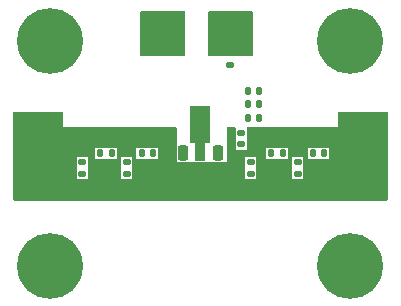
<source format=gbr>
%TF.GenerationSoftware,KiCad,Pcbnew,8.0.0*%
%TF.CreationDate,2024-05-05T15:44:05-04:00*%
%TF.ProjectId,S-Band Driver Amplifier,532d4261-6e64-4204-9472-697665722041,v1.0*%
%TF.SameCoordinates,Original*%
%TF.FileFunction,Soldermask,Top*%
%TF.FilePolarity,Negative*%
%FSLAX46Y46*%
G04 Gerber Fmt 4.6, Leading zero omitted, Abs format (unit mm)*
G04 Created by KiCad (PCBNEW 8.0.0) date 2024-05-05 15:44:05*
%MOMM*%
%LPD*%
G01*
G04 APERTURE LIST*
G04 Aperture macros list*
%AMRoundRect*
0 Rectangle with rounded corners*
0 $1 Rounding radius*
0 $2 $3 $4 $5 $6 $7 $8 $9 X,Y pos of 4 corners*
0 Add a 4 corners polygon primitive as box body*
4,1,4,$2,$3,$4,$5,$6,$7,$8,$9,$2,$3,0*
0 Add four circle primitives for the rounded corners*
1,1,$1+$1,$2,$3*
1,1,$1+$1,$4,$5*
1,1,$1+$1,$6,$7*
1,1,$1+$1,$8,$9*
0 Add four rect primitives between the rounded corners*
20,1,$1+$1,$2,$3,$4,$5,0*
20,1,$1+$1,$4,$5,$6,$7,0*
20,1,$1+$1,$6,$7,$8,$9,0*
20,1,$1+$1,$8,$9,$2,$3,0*%
%AMFreePoly0*
4,1,9,3.862500,-0.866500,0.737500,-0.866500,0.737500,-0.450000,-0.737500,-0.450000,-0.737500,0.450000,0.737500,0.450000,0.737500,0.866500,3.862500,0.866500,3.862500,-0.866500,3.862500,-0.866500,$1*%
G04 Aperture macros list end*
%ADD10RoundRect,0.135000X-0.185000X0.135000X-0.185000X-0.135000X0.185000X-0.135000X0.185000X0.135000X0*%
%ADD11RoundRect,0.140000X-0.140000X-0.170000X0.140000X-0.170000X0.140000X0.170000X-0.140000X0.170000X0*%
%ADD12RoundRect,0.140000X0.170000X-0.140000X0.170000X0.140000X-0.170000X0.140000X-0.170000X-0.140000X0*%
%ADD13C,5.562600*%
%ADD14RoundRect,0.225000X0.225000X-0.425000X0.225000X0.425000X-0.225000X0.425000X-0.225000X-0.425000X0*%
%ADD15FreePoly0,90.000000*%
%ADD16RoundRect,0.147500X-0.172500X0.147500X-0.172500X-0.147500X0.172500X-0.147500X0.172500X0.147500X0*%
%ADD17R,3.600000X1.270000*%
%ADD18R,4.200000X1.350000*%
G04 APERTURE END LIST*
D10*
%TO.C,R1*%
X123140000Y-48640000D03*
X123140000Y-49660000D03*
%TD*%
D11*
%TO.C,C11*%
X130170000Y-57150000D03*
X131130000Y-57150000D03*
%TD*%
D12*
%TO.C,C10*%
X128900000Y-57920000D03*
X128900000Y-58880000D03*
%TD*%
%TO.C,C9*%
X110650000Y-58880000D03*
X110650000Y-57920000D03*
%TD*%
D11*
%TO.C,C8*%
X115670000Y-57150000D03*
X116630000Y-57150000D03*
%TD*%
D13*
%TO.C,H4*%
X133350000Y-47625000D03*
%TD*%
%TO.C,H3*%
X107950000Y-47625000D03*
%TD*%
%TO.C,H2*%
X133350000Y-66675000D03*
%TD*%
%TO.C,H1*%
X107950000Y-66675000D03*
%TD*%
D14*
%TO.C,U1*%
X119150000Y-57083500D03*
D15*
X120650000Y-56996000D03*
D14*
X122150000Y-57083500D03*
%TD*%
D16*
%TO.C,L1*%
X124100000Y-55415000D03*
X124100000Y-56385000D03*
%TD*%
D17*
%TO.C,J2*%
X134602500Y-57150000D03*
D18*
X134402500Y-59975000D03*
X134402500Y-54325000D03*
%TD*%
D17*
%TO.C,J1*%
X106697500Y-57150000D03*
D18*
X106897500Y-54325000D03*
X106897500Y-59975000D03*
%TD*%
D11*
%TO.C,C7*%
X124670000Y-52979000D03*
X125630000Y-52979000D03*
%TD*%
%TO.C,C6*%
X124670000Y-51836000D03*
X125630000Y-51836000D03*
%TD*%
%TO.C,C5*%
X124670000Y-54122000D03*
X125630000Y-54122000D03*
%TD*%
D12*
%TO.C,C4*%
X124900000Y-58880000D03*
X124900000Y-57920000D03*
%TD*%
%TO.C,C3*%
X114400000Y-58880000D03*
X114400000Y-57920000D03*
%TD*%
D11*
%TO.C,C2*%
X126670000Y-57150000D03*
X127630000Y-57150000D03*
%TD*%
%TO.C,C1*%
X113130000Y-57150000D03*
X112170000Y-57150000D03*
%TD*%
G36*
X125038039Y-45104685D02*
G01*
X125083794Y-45157489D01*
X125095000Y-45209000D01*
X125095000Y-48771000D01*
X125075315Y-48838039D01*
X125022511Y-48883794D01*
X124971000Y-48895000D01*
X121409000Y-48895000D01*
X121341961Y-48875315D01*
X121296206Y-48822511D01*
X121285000Y-48771000D01*
X121285000Y-45209000D01*
X121304685Y-45141961D01*
X121357489Y-45096206D01*
X121409000Y-45085000D01*
X124971000Y-45085000D01*
X125038039Y-45104685D01*
G37*
G36*
X119323039Y-45104685D02*
G01*
X119368794Y-45157489D01*
X119380000Y-45209000D01*
X119380000Y-48771000D01*
X119360315Y-48838039D01*
X119307511Y-48883794D01*
X119256000Y-48895000D01*
X115694000Y-48895000D01*
X115626961Y-48875315D01*
X115581206Y-48822511D01*
X115570000Y-48771000D01*
X115570000Y-45209000D01*
X115589685Y-45141961D01*
X115642489Y-45096206D01*
X115694000Y-45085000D01*
X119256000Y-45085000D01*
X119323039Y-45104685D01*
G37*
G36*
X118593039Y-54919685D02*
G01*
X118638794Y-54972489D01*
X118650000Y-55024000D01*
X118650000Y-57900000D01*
X122900000Y-57900000D01*
X122900000Y-57490000D01*
X124440000Y-57490000D01*
X124440000Y-59310000D01*
X125360000Y-59310000D01*
X125360000Y-57490000D01*
X124440000Y-57490000D01*
X122900000Y-57490000D01*
X122900000Y-55024000D01*
X122919685Y-54956961D01*
X122972489Y-54911206D01*
X123024000Y-54900000D01*
X123506000Y-54900000D01*
X123573039Y-54919685D01*
X123618794Y-54972489D01*
X123630000Y-55024000D01*
X123630000Y-56830000D01*
X124570000Y-56830000D01*
X124570000Y-56690000D01*
X126240000Y-56690000D01*
X126240000Y-57610000D01*
X128060000Y-57610000D01*
X128060000Y-57490000D01*
X128440000Y-57490000D01*
X128440000Y-59310000D01*
X129360000Y-59310000D01*
X129360000Y-57490000D01*
X128440000Y-57490000D01*
X128060000Y-57490000D01*
X128060000Y-56690000D01*
X129740000Y-56690000D01*
X129740000Y-57610000D01*
X131560000Y-57610000D01*
X131560000Y-56690000D01*
X129740000Y-56690000D01*
X128060000Y-56690000D01*
X126240000Y-56690000D01*
X124570000Y-56690000D01*
X124570000Y-55024000D01*
X124589685Y-54956961D01*
X124642489Y-54911206D01*
X124694000Y-54900000D01*
X136401000Y-54900000D01*
X136468039Y-54919685D01*
X136513794Y-54972489D01*
X136525000Y-55024000D01*
X136525000Y-61026000D01*
X136505315Y-61093039D01*
X136452511Y-61138794D01*
X136401000Y-61150000D01*
X104899000Y-61150000D01*
X104831961Y-61130315D01*
X104786206Y-61077511D01*
X104775000Y-61026000D01*
X104775000Y-57490000D01*
X110190000Y-57490000D01*
X110190000Y-59310000D01*
X111110000Y-59310000D01*
X111110000Y-57490000D01*
X110190000Y-57490000D01*
X104775000Y-57490000D01*
X104775000Y-56690000D01*
X111740000Y-56690000D01*
X111740000Y-57610000D01*
X113560000Y-57610000D01*
X113560000Y-57490000D01*
X113940000Y-57490000D01*
X113940000Y-59310000D01*
X114860000Y-59310000D01*
X114860000Y-57490000D01*
X113940000Y-57490000D01*
X113560000Y-57490000D01*
X113560000Y-56690000D01*
X115240000Y-56690000D01*
X115240000Y-57610000D01*
X117060000Y-57610000D01*
X117060000Y-56690000D01*
X115240000Y-56690000D01*
X113560000Y-56690000D01*
X111740000Y-56690000D01*
X104775000Y-56690000D01*
X104775000Y-55024000D01*
X104794685Y-54956961D01*
X104847489Y-54911206D01*
X104899000Y-54900000D01*
X118526000Y-54900000D01*
X118593039Y-54919685D01*
G37*
M02*

</source>
